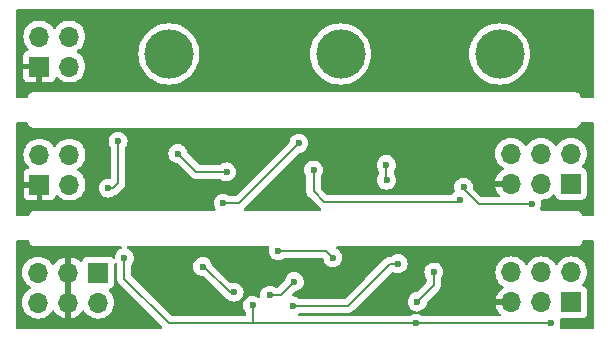
<source format=gbr>
%TF.GenerationSoftware,KiCad,Pcbnew,8.0.5-8.0.5-0~ubuntu22.04.1*%
%TF.CreationDate,2024-10-28T14:37:05+01:00*%
%TF.ProjectId,EMG_amplifier,454d475f-616d-4706-9c69-666965722e6b,rev?*%
%TF.SameCoordinates,Original*%
%TF.FileFunction,Copper,L2,Bot*%
%TF.FilePolarity,Positive*%
%FSLAX46Y46*%
G04 Gerber Fmt 4.6, Leading zero omitted, Abs format (unit mm)*
G04 Created by KiCad (PCBNEW 8.0.5-8.0.5-0~ubuntu22.04.1) date 2024-10-28 14:37:05*
%MOMM*%
%LPD*%
G01*
G04 APERTURE LIST*
%TA.AperFunction,ComponentPad*%
%ADD10R,1.700000X1.700000*%
%TD*%
%TA.AperFunction,ComponentPad*%
%ADD11O,1.700000X1.700000*%
%TD*%
%TA.AperFunction,ViaPad*%
%ADD12C,0.600000*%
%TD*%
%TA.AperFunction,ViaPad*%
%ADD13C,4.170000*%
%TD*%
%TA.AperFunction,Conductor*%
%ADD14C,0.200000*%
%TD*%
G04 APERTURE END LIST*
D10*
%TO.P,J4,1,Pin_1*%
%TO.N,/Filtering_Board/+V_DD*%
X104058800Y-97748600D03*
D11*
%TO.P,J4,2,Pin_2*%
%TO.N,/Filtering_Board/V_F1*%
X104058800Y-95208600D03*
%TO.P,J4,3,Pin_3*%
%TO.N,/Filtering_Board/V_CM*%
X101518800Y-97748600D03*
%TO.P,J4,4,Pin_4*%
%TO.N,/Filtering_Board/V_F2*%
X101518800Y-95208600D03*
%TO.P,J4,5,Pin_5*%
%TO.N,GND*%
X98978800Y-97748600D03*
%TO.P,J4,6,Pin_6*%
%TO.N,unconnected-(J4-Pin_6-Pad6)*%
X98978800Y-95208600D03*
%TD*%
D10*
%TO.P,J7,1,Pin_1*%
%TO.N,unconnected-(J7-Pin_1-Pad1)*%
X64018200Y-105279000D03*
D11*
%TO.P,J7,2,Pin_2*%
%TO.N,/Processing_Board/V_EMG_OUT*%
X64018200Y-107819000D03*
%TO.P,J7,3,Pin_3*%
%TO.N,GND*%
X61478200Y-105279000D03*
%TO.P,J7,4,Pin_4*%
X61478200Y-107819000D03*
%TO.P,J7,5,Pin_5*%
%TO.N,+1V8*%
X58938200Y-105279000D03*
%TO.P,J7,6,Pin_6*%
X58938200Y-107819000D03*
%TD*%
D10*
%TO.P,J1,1,Pin_1*%
%TO.N,GND*%
X59029600Y-87833200D03*
D11*
%TO.P,J1,2,Pin_2*%
%TO.N,/Electrode_Board/V_I1*%
X61569600Y-87833200D03*
%TO.P,J1,3,Pin_3*%
%TO.N,/Electrode_Board/V_PR*%
X59029600Y-85293200D03*
%TO.P,J1,4,Pin_4*%
%TO.N,/Electrode_Board/V_I2*%
X61569600Y-85293200D03*
%TD*%
D10*
%TO.P,J3,1,Pin_1*%
%TO.N,+1V8*%
X104079600Y-107793600D03*
D11*
%TO.P,J3,2,Pin_2*%
%TO.N,/Processing_Board/V_F1*%
X104079600Y-105253600D03*
%TO.P,J3,3,Pin_3*%
%TO.N,/Processing_Board/V_CM*%
X101539600Y-107793600D03*
%TO.P,J3,4,Pin_4*%
%TO.N,/Processing_Board/V_F2*%
X101539600Y-105253600D03*
%TO.P,J3,5,Pin_5*%
%TO.N,GND*%
X98999600Y-107793600D03*
%TO.P,J3,6,Pin_6*%
%TO.N,unconnected-(J3-Pin_6-Pad6)*%
X98999600Y-105253600D03*
%TD*%
D10*
%TO.P,J2,1,Pin_1*%
%TO.N,GND*%
X59044400Y-97824800D03*
D11*
%TO.P,J2,2,Pin_2*%
%TO.N,/Filtering_Board/V_I1*%
X61584400Y-97824800D03*
%TO.P,J2,3,Pin_3*%
%TO.N,/Filtering_Board/V_PR*%
X59044400Y-95284800D03*
%TO.P,J2,4,Pin_4*%
%TO.N,/Filtering_Board/V_I2*%
X61584400Y-95284800D03*
%TD*%
D12*
%TO.N,GND*%
X96621600Y-108483400D03*
X95580200Y-108204000D03*
X93624400Y-97434400D03*
X74853800Y-108000800D03*
X73964800Y-107721400D03*
X64526200Y-94751400D03*
X91541600Y-97383600D03*
X69606400Y-105679200D03*
X59029600Y-89662000D03*
X76438300Y-83829700D03*
X96875600Y-98374200D03*
X95961200Y-97409000D03*
X104648000Y-83845400D03*
X79516800Y-94344400D03*
X78435200Y-104825800D03*
X61468000Y-109575600D03*
X96697800Y-103886000D03*
X89154000Y-108432600D03*
X81889600Y-95351600D03*
X59055000Y-99618800D03*
X87833200Y-83896200D03*
X85526800Y-105560400D03*
X84963000Y-93903800D03*
X66278800Y-98815400D03*
D13*
%TO.N,input_E1*%
X98000000Y-86766400D03*
%TO.N,input_E2*%
X70000000Y-86766400D03*
D12*
%TO.N,/Filtering_Board/V_F2*%
X82245200Y-96596200D03*
X94659400Y-99104400D03*
%TO.N,/Filtering_Board/V_PR*%
X81000600Y-94335600D03*
X74610000Y-99399600D03*
D13*
%TO.N,input_ER*%
X84531200Y-86766400D03*
D12*
%TO.N,/Processing_Board/LPF_400Hz/V_EMG_INA*%
X89408000Y-104521000D03*
X80492600Y-108102400D03*
%TO.N,Net-(U3-IN+)*%
X83882771Y-104009901D03*
X79273400Y-103424800D03*
%TO.N,+1V8*%
X72857400Y-104771000D03*
X75514200Y-106934000D03*
X78536800Y-107188000D03*
X92430600Y-105232200D03*
X102341600Y-109573600D03*
X66228000Y-104034400D03*
X90932000Y-109573600D03*
X91033600Y-107746800D03*
X77089000Y-108061200D03*
X80619600Y-106045000D03*
%TO.N,Net-(U8--INA)*%
X70764400Y-95199200D03*
X74879200Y-96748600D03*
%TO.N,/Filtering_Board/V_CM*%
X100711000Y-99501200D03*
X94945200Y-98044000D03*
%TO.N,/Filtering_Board/+V_DD*%
X64856400Y-98129600D03*
X88432965Y-97450200D03*
X65694600Y-94167200D03*
X88417400Y-96139000D03*
%TD*%
D14*
%TO.N,/Filtering_Board/V_PR*%
X81000600Y-94335600D02*
X75936600Y-99399600D01*
X75936600Y-99399600D02*
X74610000Y-99399600D01*
%TO.N,+1V8*%
X77089000Y-109573600D02*
X102341600Y-109573600D01*
%TO.N,/Filtering_Board/V_F2*%
X82245200Y-98399600D02*
X82245200Y-96596200D01*
X94659400Y-99104400D02*
X94449800Y-99314000D01*
X83159600Y-99314000D02*
X82245200Y-98399600D01*
X94449800Y-99314000D02*
X83159600Y-99314000D01*
%TO.N,/Filtering_Board/V_CM*%
X100711000Y-99501200D02*
X96240471Y-99501200D01*
X96240471Y-99501200D02*
X94945200Y-98205929D01*
X94945200Y-98205929D02*
X94945200Y-98044000D01*
%TO.N,Net-(U3-IN+)*%
X79273400Y-103424800D02*
X83297670Y-103424800D01*
X83297670Y-103424800D02*
X83882771Y-104009901D01*
%TO.N,GND*%
X96697800Y-103886000D02*
X96713600Y-103901800D01*
%TO.N,/Processing_Board/LPF_400Hz/V_EMG_INA*%
X85174296Y-108077000D02*
X80518000Y-108077000D01*
X89408000Y-104521000D02*
X88730296Y-104521000D01*
X80518000Y-108077000D02*
X80492600Y-108102400D01*
X88730296Y-104521000D02*
X85174296Y-108077000D01*
%TO.N,+1V8*%
X75140200Y-106934000D02*
X72977200Y-104771000D01*
X80619600Y-106045000D02*
X79476600Y-107188000D01*
X72857400Y-104771000D02*
X72977200Y-104771000D01*
X72977200Y-104771000D02*
X73004600Y-104798400D01*
X79476600Y-107188000D02*
X78536800Y-107188000D01*
X92430600Y-106349800D02*
X92430600Y-105232200D01*
X77089000Y-109573600D02*
X77089000Y-108061200D01*
X91033600Y-107746800D02*
X92430600Y-106349800D01*
X75514200Y-106934000D02*
X75140200Y-106934000D01*
%TO.N,Net-(U8--INA)*%
X72313800Y-96748600D02*
X70764400Y-95199200D01*
X74879200Y-96748600D02*
X72313800Y-96748600D01*
%TO.N,/Filtering_Board/+V_DD*%
X88417400Y-97434635D02*
X88432965Y-97450200D01*
X65694600Y-94167200D02*
X65694600Y-97697800D01*
X65694600Y-97697800D02*
X65262800Y-98129600D01*
X88417400Y-96139000D02*
X88417400Y-97434635D01*
X65262800Y-98129600D02*
X64856400Y-98129600D01*
%TO.N,+1V8*%
X66228000Y-104034400D02*
X66228000Y-105792800D01*
X70008800Y-109573600D02*
X77089000Y-109573600D01*
X66228000Y-105792800D02*
X70008800Y-109573600D01*
%TD*%
%TA.AperFunction,Conductor*%
%TO.N,GND*%
G36*
X105944739Y-83019385D02*
G01*
X105990494Y-83072189D01*
X106001700Y-83123700D01*
X106001700Y-90376200D01*
X105982015Y-90443239D01*
X105929211Y-90488994D01*
X105877700Y-90500200D01*
X104981904Y-90500200D01*
X104914865Y-90480515D01*
X104869110Y-90427711D01*
X104862129Y-90408293D01*
X104834991Y-90307012D01*
X104826163Y-90291721D01*
X104769100Y-90192886D01*
X104675914Y-90099700D01*
X104618850Y-90066754D01*
X104561787Y-90033808D01*
X104498139Y-90016754D01*
X104434492Y-89999700D01*
X58612892Y-89999700D01*
X58481108Y-89999700D01*
X58353812Y-90033808D01*
X58239686Y-90099700D01*
X58239683Y-90099702D01*
X58146502Y-90192883D01*
X58146500Y-90192886D01*
X58080608Y-90307012D01*
X58053471Y-90408293D01*
X58017106Y-90467954D01*
X57954259Y-90498483D01*
X57933696Y-90500200D01*
X57155300Y-90500200D01*
X57088261Y-90480515D01*
X57042506Y-90427711D01*
X57031300Y-90376200D01*
X57031300Y-85293199D01*
X57673941Y-85293199D01*
X57673941Y-85293200D01*
X57694536Y-85528603D01*
X57694538Y-85528613D01*
X57755694Y-85756855D01*
X57755696Y-85756859D01*
X57755697Y-85756863D01*
X57798154Y-85847911D01*
X57855565Y-85971030D01*
X57855567Y-85971034D01*
X57963881Y-86125721D01*
X57991101Y-86164596D01*
X57991106Y-86164602D01*
X58113418Y-86286914D01*
X58146903Y-86348237D01*
X58141919Y-86417929D01*
X58100047Y-86473862D01*
X58069071Y-86490777D01*
X57937512Y-86539846D01*
X57937506Y-86539849D01*
X57822412Y-86626009D01*
X57822409Y-86626012D01*
X57736249Y-86741106D01*
X57736245Y-86741113D01*
X57686003Y-86875820D01*
X57686001Y-86875827D01*
X57679600Y-86935355D01*
X57679600Y-87583200D01*
X58596588Y-87583200D01*
X58563675Y-87640207D01*
X58529600Y-87767374D01*
X58529600Y-87899026D01*
X58563675Y-88026193D01*
X58596588Y-88083200D01*
X57679600Y-88083200D01*
X57679600Y-88731044D01*
X57686001Y-88790572D01*
X57686003Y-88790579D01*
X57736245Y-88925286D01*
X57736249Y-88925293D01*
X57822409Y-89040387D01*
X57822412Y-89040390D01*
X57937506Y-89126550D01*
X57937513Y-89126554D01*
X58072220Y-89176796D01*
X58072227Y-89176798D01*
X58131755Y-89183199D01*
X58131772Y-89183200D01*
X58779600Y-89183200D01*
X58779600Y-88266212D01*
X58836607Y-88299125D01*
X58963774Y-88333200D01*
X59095426Y-88333200D01*
X59222593Y-88299125D01*
X59279600Y-88266212D01*
X59279600Y-89183200D01*
X59927428Y-89183200D01*
X59927444Y-89183199D01*
X59986972Y-89176798D01*
X59986979Y-89176796D01*
X60121686Y-89126554D01*
X60121693Y-89126550D01*
X60236787Y-89040390D01*
X60236790Y-89040387D01*
X60322950Y-88925293D01*
X60322954Y-88925286D01*
X60372022Y-88793729D01*
X60413893Y-88737795D01*
X60479357Y-88713378D01*
X60547630Y-88728230D01*
X60575885Y-88749381D01*
X60698199Y-88871695D01*
X60774735Y-88925286D01*
X60891765Y-89007232D01*
X60891767Y-89007233D01*
X60891770Y-89007235D01*
X61105937Y-89107103D01*
X61334192Y-89168263D01*
X61504919Y-89183200D01*
X61569599Y-89188859D01*
X61569600Y-89188859D01*
X61569601Y-89188859D01*
X61634281Y-89183200D01*
X61805008Y-89168263D01*
X62033263Y-89107103D01*
X62247430Y-89007235D01*
X62441001Y-88871695D01*
X62608095Y-88704601D01*
X62743635Y-88511030D01*
X62843503Y-88296863D01*
X62904663Y-88068608D01*
X62925259Y-87833200D01*
X62904663Y-87597792D01*
X62847990Y-87386282D01*
X62843505Y-87369544D01*
X62843504Y-87369543D01*
X62843503Y-87369537D01*
X62743635Y-87155371D01*
X62689892Y-87078617D01*
X62608094Y-86961797D01*
X62441002Y-86794706D01*
X62440996Y-86794701D01*
X62400578Y-86766400D01*
X67409774Y-86766400D01*
X67428659Y-87078612D01*
X67485040Y-87386281D01*
X67578090Y-87684888D01*
X67578094Y-87684899D01*
X67578095Y-87684902D01*
X67578097Y-87684907D01*
X67706469Y-87970138D01*
X67868286Y-88237816D01*
X67868291Y-88237822D01*
X67868292Y-88237824D01*
X68061190Y-88484041D01*
X68282358Y-88705209D01*
X68494866Y-88871698D01*
X68528584Y-88898114D01*
X68796262Y-89059931D01*
X69081493Y-89188303D01*
X69081503Y-89188306D01*
X69081511Y-89188309D01*
X69380118Y-89281359D01*
X69687783Y-89337740D01*
X70000000Y-89356626D01*
X70312217Y-89337740D01*
X70619882Y-89281359D01*
X70918507Y-89188303D01*
X71203738Y-89059931D01*
X71471416Y-88898114D01*
X71717638Y-88705212D01*
X71938812Y-88484038D01*
X72131714Y-88237816D01*
X72293531Y-87970138D01*
X72421903Y-87684907D01*
X72514959Y-87386282D01*
X72571340Y-87078617D01*
X72590226Y-86766400D01*
X81940974Y-86766400D01*
X81959859Y-87078612D01*
X82016240Y-87386281D01*
X82109290Y-87684888D01*
X82109294Y-87684899D01*
X82109295Y-87684902D01*
X82109297Y-87684907D01*
X82237669Y-87970138D01*
X82399486Y-88237816D01*
X82399491Y-88237822D01*
X82399492Y-88237824D01*
X82592390Y-88484041D01*
X82813558Y-88705209D01*
X83026066Y-88871698D01*
X83059784Y-88898114D01*
X83327462Y-89059931D01*
X83612693Y-89188303D01*
X83612703Y-89188306D01*
X83612711Y-89188309D01*
X83911318Y-89281359D01*
X84218983Y-89337740D01*
X84531200Y-89356626D01*
X84843417Y-89337740D01*
X85151082Y-89281359D01*
X85449707Y-89188303D01*
X85734938Y-89059931D01*
X86002616Y-88898114D01*
X86248838Y-88705212D01*
X86470012Y-88484038D01*
X86662914Y-88237816D01*
X86824731Y-87970138D01*
X86953103Y-87684907D01*
X87046159Y-87386282D01*
X87102540Y-87078617D01*
X87121426Y-86766400D01*
X95409774Y-86766400D01*
X95428659Y-87078612D01*
X95485040Y-87386281D01*
X95578090Y-87684888D01*
X95578094Y-87684899D01*
X95578095Y-87684902D01*
X95578097Y-87684907D01*
X95706469Y-87970138D01*
X95868286Y-88237816D01*
X95868291Y-88237822D01*
X95868292Y-88237824D01*
X96061190Y-88484041D01*
X96282358Y-88705209D01*
X96494866Y-88871698D01*
X96528584Y-88898114D01*
X96796262Y-89059931D01*
X97081493Y-89188303D01*
X97081503Y-89188306D01*
X97081511Y-89188309D01*
X97380118Y-89281359D01*
X97687783Y-89337740D01*
X98000000Y-89356626D01*
X98312217Y-89337740D01*
X98619882Y-89281359D01*
X98918507Y-89188303D01*
X99203738Y-89059931D01*
X99471416Y-88898114D01*
X99717638Y-88705212D01*
X99938812Y-88484038D01*
X100131714Y-88237816D01*
X100293531Y-87970138D01*
X100421903Y-87684907D01*
X100514959Y-87386282D01*
X100571340Y-87078617D01*
X100590226Y-86766400D01*
X100571340Y-86454183D01*
X100514959Y-86146518D01*
X100460276Y-85971034D01*
X100421909Y-85847911D01*
X100421905Y-85847900D01*
X100421903Y-85847893D01*
X100293531Y-85562662D01*
X100131714Y-85294984D01*
X99938812Y-85048762D01*
X99938809Y-85048758D01*
X99717641Y-84827590D01*
X99471424Y-84634692D01*
X99471422Y-84634691D01*
X99471416Y-84634686D01*
X99203738Y-84472869D01*
X98918507Y-84344497D01*
X98918502Y-84344495D01*
X98918499Y-84344494D01*
X98918488Y-84344490D01*
X98619881Y-84251440D01*
X98312212Y-84195059D01*
X98000000Y-84176174D01*
X97687787Y-84195059D01*
X97380118Y-84251440D01*
X97081511Y-84344490D01*
X97081500Y-84344494D01*
X97081494Y-84344496D01*
X97081493Y-84344497D01*
X96796262Y-84472869D01*
X96528584Y-84634686D01*
X96528580Y-84634688D01*
X96528575Y-84634692D01*
X96282358Y-84827590D01*
X96061190Y-85048758D01*
X95868292Y-85294975D01*
X95868288Y-85294980D01*
X95868286Y-85294984D01*
X95706469Y-85562662D01*
X95706468Y-85562664D01*
X95706467Y-85562666D01*
X95578094Y-85847900D01*
X95578090Y-85847911D01*
X95485040Y-86146518D01*
X95428659Y-86454187D01*
X95409774Y-86766400D01*
X87121426Y-86766400D01*
X87102540Y-86454183D01*
X87046159Y-86146518D01*
X86991476Y-85971034D01*
X86953109Y-85847911D01*
X86953105Y-85847900D01*
X86953103Y-85847893D01*
X86824731Y-85562662D01*
X86662914Y-85294984D01*
X86470012Y-85048762D01*
X86470009Y-85048758D01*
X86248841Y-84827590D01*
X86002624Y-84634692D01*
X86002622Y-84634691D01*
X86002616Y-84634686D01*
X85734938Y-84472869D01*
X85449707Y-84344497D01*
X85449702Y-84344495D01*
X85449699Y-84344494D01*
X85449688Y-84344490D01*
X85151081Y-84251440D01*
X84843412Y-84195059D01*
X84531200Y-84176174D01*
X84218987Y-84195059D01*
X83911318Y-84251440D01*
X83612711Y-84344490D01*
X83612700Y-84344494D01*
X83612694Y-84344496D01*
X83612693Y-84344497D01*
X83327462Y-84472869D01*
X83059784Y-84634686D01*
X83059780Y-84634688D01*
X83059775Y-84634692D01*
X82813558Y-84827590D01*
X82592390Y-85048758D01*
X82399492Y-85294975D01*
X82399488Y-85294980D01*
X82399486Y-85294984D01*
X82237669Y-85562662D01*
X82237668Y-85562664D01*
X82237667Y-85562666D01*
X82109294Y-85847900D01*
X82109290Y-85847911D01*
X82016240Y-86146518D01*
X81959859Y-86454187D01*
X81940974Y-86766400D01*
X72590226Y-86766400D01*
X72571340Y-86454183D01*
X72514959Y-86146518D01*
X72460276Y-85971034D01*
X72421909Y-85847911D01*
X72421905Y-85847900D01*
X72421903Y-85847893D01*
X72293531Y-85562662D01*
X72131714Y-85294984D01*
X71938812Y-85048762D01*
X71938809Y-85048758D01*
X71717641Y-84827590D01*
X71471424Y-84634692D01*
X71471422Y-84634691D01*
X71471416Y-84634686D01*
X71203738Y-84472869D01*
X70918507Y-84344497D01*
X70918502Y-84344495D01*
X70918499Y-84344494D01*
X70918488Y-84344490D01*
X70619881Y-84251440D01*
X70312212Y-84195059D01*
X70000000Y-84176174D01*
X69687787Y-84195059D01*
X69380118Y-84251440D01*
X69081511Y-84344490D01*
X69081500Y-84344494D01*
X69081494Y-84344496D01*
X69081493Y-84344497D01*
X68796262Y-84472869D01*
X68528584Y-84634686D01*
X68528580Y-84634688D01*
X68528575Y-84634692D01*
X68282358Y-84827590D01*
X68061190Y-85048758D01*
X67868292Y-85294975D01*
X67868288Y-85294980D01*
X67868286Y-85294984D01*
X67706469Y-85562662D01*
X67706468Y-85562664D01*
X67706467Y-85562666D01*
X67578094Y-85847900D01*
X67578090Y-85847911D01*
X67485040Y-86146518D01*
X67428659Y-86454187D01*
X67409774Y-86766400D01*
X62400578Y-86766400D01*
X62255442Y-86664775D01*
X62211817Y-86610198D01*
X62204623Y-86540700D01*
X62236146Y-86478345D01*
X62255442Y-86461625D01*
X62367100Y-86383441D01*
X62441001Y-86331695D01*
X62608095Y-86164601D01*
X62743635Y-85971030D01*
X62843503Y-85756863D01*
X62904663Y-85528608D01*
X62925259Y-85293200D01*
X62904663Y-85057792D01*
X62843503Y-84829537D01*
X62743635Y-84615371D01*
X62738025Y-84607358D01*
X62608094Y-84421797D01*
X62441002Y-84254706D01*
X62440995Y-84254701D01*
X62436339Y-84251441D01*
X62402121Y-84227481D01*
X62247434Y-84119167D01*
X62247430Y-84119165D01*
X62247428Y-84119164D01*
X62033263Y-84019297D01*
X62033259Y-84019296D01*
X62033255Y-84019294D01*
X61805013Y-83958138D01*
X61805003Y-83958136D01*
X61569601Y-83937541D01*
X61569599Y-83937541D01*
X61334196Y-83958136D01*
X61334186Y-83958138D01*
X61105944Y-84019294D01*
X61105935Y-84019298D01*
X60891771Y-84119164D01*
X60891769Y-84119165D01*
X60698197Y-84254705D01*
X60531105Y-84421797D01*
X60401175Y-84607358D01*
X60346598Y-84650983D01*
X60277100Y-84658177D01*
X60214745Y-84626654D01*
X60198025Y-84607358D01*
X60068094Y-84421797D01*
X59901002Y-84254706D01*
X59900995Y-84254701D01*
X59896339Y-84251441D01*
X59862121Y-84227481D01*
X59707434Y-84119167D01*
X59707430Y-84119165D01*
X59707428Y-84119164D01*
X59493263Y-84019297D01*
X59493259Y-84019296D01*
X59493255Y-84019294D01*
X59265013Y-83958138D01*
X59265003Y-83958136D01*
X59029601Y-83937541D01*
X59029599Y-83937541D01*
X58794196Y-83958136D01*
X58794186Y-83958138D01*
X58565944Y-84019294D01*
X58565935Y-84019298D01*
X58351771Y-84119164D01*
X58351769Y-84119165D01*
X58158197Y-84254705D01*
X57991105Y-84421797D01*
X57855565Y-84615369D01*
X57855564Y-84615371D01*
X57755698Y-84829535D01*
X57755694Y-84829544D01*
X57694538Y-85057786D01*
X57694536Y-85057796D01*
X57673941Y-85293199D01*
X57031300Y-85293199D01*
X57031300Y-83123700D01*
X57050985Y-83056661D01*
X57103789Y-83010906D01*
X57155300Y-82999700D01*
X105877700Y-82999700D01*
X105944739Y-83019385D01*
G37*
%TD.AperFunction*%
%TD*%
%TA.AperFunction,Conductor*%
%TO.N,GND*%
G36*
X58126663Y-102555485D02*
G01*
X58172418Y-102608289D01*
X58179399Y-102627707D01*
X58207608Y-102732987D01*
X58240554Y-102790050D01*
X58273500Y-102847114D01*
X58366686Y-102940300D01*
X58480814Y-103006192D01*
X58608108Y-103040300D01*
X58739892Y-103040300D01*
X65915453Y-103040300D01*
X65982492Y-103059985D01*
X66028247Y-103112789D01*
X66038191Y-103181947D01*
X66009166Y-103245503D01*
X65956408Y-103281341D01*
X65878480Y-103308609D01*
X65725737Y-103404584D01*
X65598184Y-103532137D01*
X65502211Y-103684876D01*
X65442631Y-103855145D01*
X65442630Y-103855149D01*
X65427521Y-103989249D01*
X65400454Y-104053663D01*
X65342859Y-104093218D01*
X65273022Y-104095355D01*
X65229990Y-104074631D01*
X65110535Y-103985206D01*
X65110528Y-103985202D01*
X64975682Y-103934908D01*
X64975683Y-103934908D01*
X64916083Y-103928501D01*
X64916081Y-103928500D01*
X64916073Y-103928500D01*
X64916064Y-103928500D01*
X63120329Y-103928500D01*
X63120323Y-103928501D01*
X63060716Y-103934908D01*
X62925871Y-103985202D01*
X62925864Y-103985206D01*
X62810655Y-104071452D01*
X62810652Y-104071455D01*
X62724406Y-104186664D01*
X62724402Y-104186671D01*
X62675197Y-104318598D01*
X62633326Y-104374532D01*
X62567861Y-104398949D01*
X62499588Y-104384097D01*
X62471334Y-104362946D01*
X62349282Y-104240894D01*
X62155778Y-104105399D01*
X61941692Y-104005570D01*
X61941686Y-104005567D01*
X61728200Y-103948364D01*
X61728200Y-104845988D01*
X61671193Y-104813075D01*
X61544026Y-104779000D01*
X61412374Y-104779000D01*
X61285207Y-104813075D01*
X61228200Y-104845988D01*
X61228200Y-103948364D01*
X61228199Y-103948364D01*
X61014713Y-104005567D01*
X61014707Y-104005570D01*
X60800622Y-104105399D01*
X60800620Y-104105400D01*
X60607126Y-104240886D01*
X60607120Y-104240891D01*
X60440091Y-104407920D01*
X60440090Y-104407922D01*
X60310080Y-104593595D01*
X60255503Y-104637219D01*
X60186004Y-104644412D01*
X60123650Y-104612890D01*
X60106930Y-104593594D01*
X59976694Y-104407597D01*
X59809602Y-104240506D01*
X59809595Y-104240501D01*
X59795119Y-104230365D01*
X59732718Y-104186671D01*
X59616034Y-104104967D01*
X59616030Y-104104965D01*
X59595421Y-104095355D01*
X59401863Y-104005097D01*
X59401859Y-104005096D01*
X59401855Y-104005094D01*
X59173613Y-103943938D01*
X59173603Y-103943936D01*
X58938201Y-103923341D01*
X58938199Y-103923341D01*
X58702796Y-103943936D01*
X58702786Y-103943938D01*
X58474544Y-104005094D01*
X58474535Y-104005098D01*
X58260371Y-104104964D01*
X58260369Y-104104965D01*
X58066797Y-104240505D01*
X57899705Y-104407597D01*
X57764165Y-104601169D01*
X57764164Y-104601171D01*
X57664298Y-104815335D01*
X57664294Y-104815344D01*
X57603138Y-105043586D01*
X57603136Y-105043596D01*
X57582541Y-105278999D01*
X57582541Y-105279000D01*
X57603136Y-105514403D01*
X57603138Y-105514413D01*
X57664294Y-105742655D01*
X57664296Y-105742659D01*
X57664297Y-105742663D01*
X57747059Y-105920146D01*
X57764165Y-105956830D01*
X57764167Y-105956834D01*
X57872481Y-106111521D01*
X57899701Y-106150396D01*
X57899706Y-106150402D01*
X58066797Y-106317493D01*
X58066803Y-106317498D01*
X58252358Y-106447425D01*
X58295983Y-106502002D01*
X58303177Y-106571500D01*
X58271654Y-106633855D01*
X58252358Y-106650575D01*
X58066797Y-106780505D01*
X57899705Y-106947597D01*
X57764165Y-107141169D01*
X57764164Y-107141171D01*
X57664298Y-107355335D01*
X57664294Y-107355344D01*
X57603138Y-107583586D01*
X57603136Y-107583596D01*
X57582541Y-107818999D01*
X57582541Y-107819000D01*
X57603136Y-108054403D01*
X57603138Y-108054413D01*
X57664294Y-108282655D01*
X57664296Y-108282659D01*
X57664297Y-108282663D01*
X57744001Y-108453588D01*
X57764165Y-108496830D01*
X57764167Y-108496834D01*
X57839670Y-108604662D01*
X57899705Y-108690401D01*
X58066799Y-108857495D01*
X58116697Y-108892434D01*
X58260365Y-108993032D01*
X58260367Y-108993033D01*
X58260370Y-108993035D01*
X58474537Y-109092903D01*
X58702792Y-109154063D01*
X58891118Y-109170539D01*
X58938199Y-109174659D01*
X58938200Y-109174659D01*
X58938201Y-109174659D01*
X58977434Y-109171226D01*
X59173608Y-109154063D01*
X59401863Y-109092903D01*
X59616030Y-108993035D01*
X59809601Y-108857495D01*
X59976695Y-108690401D01*
X60106930Y-108504405D01*
X60161507Y-108460781D01*
X60231005Y-108453587D01*
X60293360Y-108485110D01*
X60310079Y-108504405D01*
X60440090Y-108690078D01*
X60607117Y-108857105D01*
X60800621Y-108992600D01*
X61014707Y-109092429D01*
X61014716Y-109092433D01*
X61228200Y-109149634D01*
X61228200Y-108252012D01*
X61285207Y-108284925D01*
X61412374Y-108319000D01*
X61544026Y-108319000D01*
X61671193Y-108284925D01*
X61728200Y-108252012D01*
X61728200Y-109149633D01*
X61941683Y-109092433D01*
X61941692Y-109092429D01*
X62155778Y-108992600D01*
X62349282Y-108857105D01*
X62516305Y-108690082D01*
X62646319Y-108504405D01*
X62700896Y-108460781D01*
X62770395Y-108453588D01*
X62832749Y-108485110D01*
X62849469Y-108504405D01*
X62979705Y-108690401D01*
X63146799Y-108857495D01*
X63196697Y-108892434D01*
X63340365Y-108993032D01*
X63340367Y-108993033D01*
X63340370Y-108993035D01*
X63554537Y-109092903D01*
X63782792Y-109154063D01*
X63971118Y-109170539D01*
X64018199Y-109174659D01*
X64018200Y-109174659D01*
X64018201Y-109174659D01*
X64057434Y-109171226D01*
X64253608Y-109154063D01*
X64481863Y-109092903D01*
X64696030Y-108993035D01*
X64889601Y-108857495D01*
X65056695Y-108690401D01*
X65192235Y-108496830D01*
X65292103Y-108282663D01*
X65353263Y-108054408D01*
X65373859Y-107819000D01*
X65353263Y-107583592D01*
X65292103Y-107355337D01*
X65192235Y-107141171D01*
X65186930Y-107133595D01*
X65056696Y-106947600D01*
X64997712Y-106888616D01*
X64934767Y-106825671D01*
X64901284Y-106764351D01*
X64906268Y-106694659D01*
X64948139Y-106638725D01*
X64979115Y-106621810D01*
X65110531Y-106572796D01*
X65225746Y-106486546D01*
X65311996Y-106371331D01*
X65362291Y-106236483D01*
X65368700Y-106176873D01*
X65368699Y-104601851D01*
X65388384Y-104534813D01*
X65441187Y-104489058D01*
X65510346Y-104479114D01*
X65573902Y-104508139D01*
X65593751Y-104531285D01*
X65593840Y-104531215D01*
X65595811Y-104533686D01*
X65597693Y-104535881D01*
X65598182Y-104536660D01*
X65600445Y-104539497D01*
X65601335Y-104541678D01*
X65601889Y-104542559D01*
X65601734Y-104542655D01*
X65626855Y-104604183D01*
X65627500Y-104616812D01*
X65627500Y-105706130D01*
X65627499Y-105706148D01*
X65627499Y-105871854D01*
X65627498Y-105871854D01*
X65668423Y-106024586D01*
X65669508Y-106026465D01*
X65676029Y-106037758D01*
X65676031Y-106037767D01*
X65676034Y-106037766D01*
X65744771Y-106156824D01*
X65747479Y-106161514D01*
X65747481Y-106161517D01*
X65866349Y-106280385D01*
X65866355Y-106280390D01*
X69409583Y-109823619D01*
X69443068Y-109884942D01*
X69438084Y-109954634D01*
X69396212Y-110010567D01*
X69330748Y-110034984D01*
X69321902Y-110035300D01*
X57155300Y-110035300D01*
X57088261Y-110015615D01*
X57042506Y-109962811D01*
X57031300Y-109911300D01*
X57031300Y-102659800D01*
X57050985Y-102592761D01*
X57103789Y-102547006D01*
X57155300Y-102535800D01*
X58059624Y-102535800D01*
X58126663Y-102555485D01*
G37*
%TD.AperFunction*%
%TA.AperFunction,Conductor*%
G36*
X105944739Y-102555485D02*
G01*
X105990494Y-102608289D01*
X106001700Y-102659800D01*
X106001700Y-109911300D01*
X105982015Y-109978339D01*
X105929211Y-110024094D01*
X105877700Y-110035300D01*
X103202898Y-110035300D01*
X103135859Y-110015615D01*
X103090104Y-109962811D01*
X103080160Y-109893653D01*
X103085857Y-109870345D01*
X103126966Y-109752862D01*
X103126969Y-109752849D01*
X103147165Y-109573603D01*
X103147165Y-109573596D01*
X103126969Y-109394350D01*
X103126966Y-109394337D01*
X103097124Y-109309054D01*
X103093562Y-109239275D01*
X103128290Y-109178648D01*
X103190284Y-109146420D01*
X103214154Y-109144099D01*
X104977472Y-109144099D01*
X105037083Y-109137691D01*
X105171931Y-109087396D01*
X105287146Y-109001146D01*
X105373396Y-108885931D01*
X105423691Y-108751083D01*
X105430100Y-108691473D01*
X105430099Y-106895728D01*
X105423691Y-106836117D01*
X105422410Y-106832683D01*
X105373397Y-106701271D01*
X105373393Y-106701264D01*
X105287147Y-106586055D01*
X105287144Y-106586052D01*
X105171935Y-106499806D01*
X105171928Y-106499802D01*
X105040517Y-106450789D01*
X104984583Y-106408918D01*
X104960166Y-106343453D01*
X104975018Y-106275180D01*
X104996163Y-106246932D01*
X105118095Y-106125001D01*
X105253635Y-105931430D01*
X105353503Y-105717263D01*
X105414663Y-105489008D01*
X105435259Y-105253600D01*
X105414663Y-105018192D01*
X105353503Y-104789937D01*
X105253635Y-104575771D01*
X105248025Y-104567758D01*
X105118094Y-104382197D01*
X104951002Y-104215106D01*
X104950995Y-104215101D01*
X104948928Y-104213654D01*
X104888695Y-104171478D01*
X104757434Y-104079567D01*
X104757430Y-104079565D01*
X104703927Y-104054616D01*
X104543263Y-103979697D01*
X104543259Y-103979696D01*
X104543255Y-103979694D01*
X104315013Y-103918538D01*
X104315003Y-103918536D01*
X104079601Y-103897941D01*
X104079599Y-103897941D01*
X103844196Y-103918536D01*
X103844186Y-103918538D01*
X103615944Y-103979694D01*
X103615935Y-103979698D01*
X103401771Y-104079564D01*
X103401769Y-104079565D01*
X103208197Y-104215105D01*
X103041105Y-104382197D01*
X102911175Y-104567758D01*
X102856598Y-104611383D01*
X102787100Y-104618577D01*
X102724745Y-104587054D01*
X102708025Y-104567758D01*
X102578094Y-104382197D01*
X102411002Y-104215106D01*
X102410995Y-104215101D01*
X102408928Y-104213654D01*
X102348695Y-104171478D01*
X102217434Y-104079567D01*
X102217430Y-104079565D01*
X102163927Y-104054616D01*
X102003263Y-103979697D01*
X102003259Y-103979696D01*
X102003255Y-103979694D01*
X101775013Y-103918538D01*
X101775003Y-103918536D01*
X101539601Y-103897941D01*
X101539599Y-103897941D01*
X101304196Y-103918536D01*
X101304186Y-103918538D01*
X101075944Y-103979694D01*
X101075935Y-103979698D01*
X100861771Y-104079564D01*
X100861769Y-104079565D01*
X100668197Y-104215105D01*
X100501105Y-104382197D01*
X100371175Y-104567758D01*
X100316598Y-104611383D01*
X100247100Y-104618577D01*
X100184745Y-104587054D01*
X100168025Y-104567758D01*
X100038094Y-104382197D01*
X99871002Y-104215106D01*
X99870995Y-104215101D01*
X99868928Y-104213654D01*
X99808695Y-104171478D01*
X99677434Y-104079567D01*
X99677430Y-104079565D01*
X99623927Y-104054616D01*
X99463263Y-103979697D01*
X99463259Y-103979696D01*
X99463255Y-103979694D01*
X99235013Y-103918538D01*
X99235003Y-103918536D01*
X98999601Y-103897941D01*
X98999599Y-103897941D01*
X98764196Y-103918536D01*
X98764186Y-103918538D01*
X98535944Y-103979694D01*
X98535935Y-103979698D01*
X98321771Y-104079564D01*
X98321769Y-104079565D01*
X98128197Y-104215105D01*
X97961105Y-104382197D01*
X97825565Y-104575769D01*
X97825564Y-104575771D01*
X97725698Y-104789935D01*
X97725694Y-104789944D01*
X97664538Y-105018186D01*
X97664536Y-105018196D01*
X97643941Y-105253599D01*
X97643941Y-105253600D01*
X97664536Y-105489003D01*
X97664538Y-105489013D01*
X97725694Y-105717255D01*
X97725696Y-105717259D01*
X97725697Y-105717263D01*
X97794938Y-105865750D01*
X97825565Y-105931430D01*
X97825567Y-105931434D01*
X97905090Y-106045003D01*
X97961105Y-106125001D01*
X98128199Y-106292095D01*
X98295039Y-106408918D01*
X98314194Y-106422330D01*
X98357819Y-106476907D01*
X98365013Y-106546405D01*
X98333490Y-106608760D01*
X98314195Y-106625480D01*
X98128522Y-106755490D01*
X98128520Y-106755491D01*
X97961491Y-106922520D01*
X97961486Y-106922526D01*
X97826000Y-107116020D01*
X97825999Y-107116022D01*
X97726170Y-107330107D01*
X97726167Y-107330113D01*
X97668964Y-107543599D01*
X97668964Y-107543600D01*
X98566588Y-107543600D01*
X98533675Y-107600607D01*
X98499600Y-107727774D01*
X98499600Y-107859426D01*
X98533675Y-107986593D01*
X98566588Y-108043600D01*
X97668964Y-108043600D01*
X97726167Y-108257086D01*
X97726170Y-108257092D01*
X97825999Y-108471178D01*
X97961494Y-108664682D01*
X98058231Y-108761419D01*
X98091716Y-108822742D01*
X98086732Y-108892434D01*
X98044860Y-108948367D01*
X97979396Y-108972784D01*
X97970550Y-108973100D01*
X91514412Y-108973100D01*
X91447373Y-108953415D01*
X91437097Y-108946045D01*
X91434263Y-108943785D01*
X91434262Y-108943784D01*
X91342185Y-108885928D01*
X91281523Y-108847811D01*
X91111253Y-108788231D01*
X91105241Y-108786859D01*
X91044263Y-108752749D01*
X91011407Y-108691087D01*
X91017103Y-108621449D01*
X91059544Y-108565947D01*
X91118954Y-108542748D01*
X91212849Y-108532169D01*
X91212852Y-108532168D01*
X91212855Y-108532168D01*
X91383122Y-108472589D01*
X91535862Y-108376616D01*
X91663416Y-108249062D01*
X91759389Y-108096322D01*
X91818968Y-107926055D01*
X91828761Y-107839129D01*
X91855826Y-107774718D01*
X91864290Y-107765343D01*
X92789106Y-106840528D01*
X92789111Y-106840524D01*
X92799314Y-106830320D01*
X92799316Y-106830320D01*
X92911120Y-106718516D01*
X92990177Y-106581584D01*
X93025566Y-106449509D01*
X93031100Y-106428858D01*
X93031100Y-106270743D01*
X93031100Y-105814612D01*
X93050785Y-105747573D01*
X93058155Y-105737297D01*
X93060410Y-105734467D01*
X93060416Y-105734462D01*
X93156389Y-105581722D01*
X93215968Y-105411455D01*
X93217167Y-105400815D01*
X93236165Y-105232203D01*
X93236165Y-105232196D01*
X93215969Y-105052950D01*
X93215968Y-105052945D01*
X93156388Y-104882676D01*
X93064030Y-104735690D01*
X93060416Y-104729938D01*
X92932862Y-104602384D01*
X92915930Y-104591745D01*
X92780123Y-104506411D01*
X92609854Y-104446831D01*
X92609849Y-104446830D01*
X92430604Y-104426635D01*
X92430596Y-104426635D01*
X92251350Y-104446830D01*
X92251345Y-104446831D01*
X92081076Y-104506411D01*
X91928337Y-104602384D01*
X91800784Y-104729937D01*
X91704811Y-104882676D01*
X91645231Y-105052945D01*
X91645230Y-105052950D01*
X91625035Y-105232196D01*
X91625035Y-105232203D01*
X91645230Y-105411449D01*
X91645231Y-105411454D01*
X91704811Y-105581723D01*
X91765115Y-105677696D01*
X91787765Y-105713743D01*
X91800785Y-105734463D01*
X91803045Y-105737297D01*
X91803934Y-105739475D01*
X91804489Y-105740358D01*
X91804334Y-105740455D01*
X91829455Y-105801983D01*
X91830100Y-105814612D01*
X91830100Y-106049702D01*
X91810415Y-106116741D01*
X91793781Y-106137383D01*
X91015065Y-106916098D01*
X90953742Y-106949583D01*
X90941268Y-106951637D01*
X90854350Y-106961430D01*
X90684078Y-107021010D01*
X90531337Y-107116984D01*
X90403784Y-107244537D01*
X90307811Y-107397276D01*
X90248231Y-107567545D01*
X90248230Y-107567550D01*
X90228035Y-107746796D01*
X90228035Y-107746803D01*
X90248230Y-107926049D01*
X90248231Y-107926054D01*
X90307811Y-108096323D01*
X90326463Y-108126007D01*
X90403784Y-108249062D01*
X90531338Y-108376616D01*
X90585619Y-108410723D01*
X90665285Y-108460781D01*
X90684078Y-108472589D01*
X90775003Y-108504405D01*
X90854348Y-108532169D01*
X90860351Y-108533539D01*
X90921331Y-108567645D01*
X90954191Y-108629305D01*
X90948498Y-108698943D01*
X90906061Y-108754448D01*
X90846647Y-108777651D01*
X90752749Y-108788230D01*
X90752745Y-108788231D01*
X90582476Y-108847811D01*
X90429736Y-108943785D01*
X90426903Y-108946045D01*
X90424724Y-108946934D01*
X90423842Y-108947489D01*
X90423744Y-108947334D01*
X90362217Y-108972455D01*
X90349588Y-108973100D01*
X81041911Y-108973100D01*
X80974872Y-108953415D01*
X80929117Y-108900611D01*
X80919173Y-108831453D01*
X80948198Y-108767897D01*
X80975938Y-108744107D01*
X80994860Y-108732217D01*
X80994859Y-108732217D01*
X80994862Y-108732216D01*
X81013259Y-108713819D01*
X81074582Y-108680334D01*
X81100940Y-108677500D01*
X85087627Y-108677500D01*
X85087643Y-108677501D01*
X85095239Y-108677501D01*
X85253350Y-108677501D01*
X85253353Y-108677501D01*
X85406081Y-108636577D01*
X85476121Y-108596139D01*
X85543012Y-108557520D01*
X85654816Y-108445716D01*
X85654816Y-108445714D01*
X85665020Y-108435511D01*
X85665024Y-108435506D01*
X88862822Y-105237707D01*
X88924143Y-105204224D01*
X88993835Y-105209208D01*
X89016473Y-105220396D01*
X89044027Y-105237709D01*
X89058478Y-105246789D01*
X89150529Y-105278999D01*
X89228745Y-105306368D01*
X89228750Y-105306369D01*
X89407996Y-105326565D01*
X89408000Y-105326565D01*
X89408004Y-105326565D01*
X89587249Y-105306369D01*
X89587252Y-105306368D01*
X89587255Y-105306368D01*
X89757522Y-105246789D01*
X89910262Y-105150816D01*
X90037816Y-105023262D01*
X90133789Y-104870522D01*
X90193368Y-104700255D01*
X90200189Y-104639716D01*
X90213565Y-104521003D01*
X90213565Y-104520996D01*
X90193369Y-104341750D01*
X90193368Y-104341745D01*
X90186290Y-104321517D01*
X90133789Y-104171478D01*
X90037816Y-104018738D01*
X89910262Y-103891184D01*
X89757523Y-103795211D01*
X89587254Y-103735631D01*
X89587249Y-103735630D01*
X89408004Y-103715435D01*
X89407996Y-103715435D01*
X89228750Y-103735630D01*
X89228745Y-103735631D01*
X89058476Y-103795211D01*
X88905736Y-103891185D01*
X88902903Y-103893445D01*
X88900724Y-103894334D01*
X88899842Y-103894889D01*
X88899744Y-103894734D01*
X88838217Y-103919855D01*
X88825588Y-103920500D01*
X88809353Y-103920500D01*
X88651238Y-103920500D01*
X88621379Y-103928501D01*
X88597468Y-103934908D01*
X88498510Y-103961423D01*
X88498505Y-103961426D01*
X88361586Y-104040475D01*
X88361578Y-104040481D01*
X88304271Y-104097789D01*
X88249776Y-104152284D01*
X88249774Y-104152286D01*
X86600078Y-105801983D01*
X84961880Y-107440181D01*
X84900557Y-107473666D01*
X84874199Y-107476500D01*
X81036818Y-107476500D01*
X80970846Y-107457494D01*
X80956540Y-107448505D01*
X80842122Y-107376611D01*
X80815384Y-107367255D01*
X80671854Y-107317031D01*
X80671850Y-107317030D01*
X80500776Y-107297755D01*
X80436362Y-107270688D01*
X80396807Y-107213093D01*
X80394670Y-107143256D01*
X80426977Y-107086856D01*
X80638135Y-106875698D01*
X80699456Y-106842215D01*
X80711911Y-106840163D01*
X80798855Y-106830368D01*
X80969122Y-106770789D01*
X81121862Y-106674816D01*
X81249416Y-106547262D01*
X81345389Y-106394522D01*
X81404968Y-106224255D01*
X81406776Y-106208211D01*
X81425165Y-106045003D01*
X81425165Y-106044996D01*
X81404969Y-105865750D01*
X81404968Y-105865745D01*
X81382657Y-105801983D01*
X81345389Y-105695478D01*
X81335097Y-105679099D01*
X81249415Y-105542737D01*
X81121862Y-105415184D01*
X80969123Y-105319211D01*
X80798854Y-105259631D01*
X80798849Y-105259630D01*
X80619604Y-105239435D01*
X80619596Y-105239435D01*
X80440350Y-105259630D01*
X80440345Y-105259631D01*
X80270076Y-105319211D01*
X80117337Y-105415184D01*
X79989784Y-105542737D01*
X79893810Y-105695478D01*
X79834230Y-105865750D01*
X79824437Y-105952668D01*
X79797370Y-106017082D01*
X79788898Y-106026465D01*
X79264184Y-106551181D01*
X79202861Y-106584666D01*
X79176503Y-106587500D01*
X79119212Y-106587500D01*
X79052173Y-106567815D01*
X79041897Y-106560445D01*
X79039063Y-106558185D01*
X79039062Y-106558184D01*
X78949649Y-106502002D01*
X78886323Y-106462211D01*
X78716054Y-106402631D01*
X78716049Y-106402630D01*
X78536804Y-106382435D01*
X78536796Y-106382435D01*
X78357550Y-106402630D01*
X78357545Y-106402631D01*
X78187276Y-106462211D01*
X78034537Y-106558184D01*
X77906984Y-106685737D01*
X77811011Y-106838476D01*
X77751431Y-107008745D01*
X77751430Y-107008750D01*
X77731235Y-107187996D01*
X77731235Y-107188004D01*
X77742581Y-107288710D01*
X77730526Y-107357532D01*
X77683177Y-107408911D01*
X77615566Y-107426535D01*
X77553389Y-107407587D01*
X77536982Y-107397278D01*
X77438522Y-107335411D01*
X77416414Y-107327675D01*
X77268254Y-107275831D01*
X77268249Y-107275830D01*
X77089004Y-107255635D01*
X77088996Y-107255635D01*
X76909750Y-107275830D01*
X76909745Y-107275831D01*
X76739476Y-107335411D01*
X76586737Y-107431384D01*
X76459184Y-107558937D01*
X76363211Y-107711676D01*
X76303631Y-107881945D01*
X76303630Y-107881950D01*
X76283435Y-108061196D01*
X76283435Y-108061203D01*
X76303630Y-108240449D01*
X76303631Y-108240454D01*
X76363211Y-108410723D01*
X76406116Y-108479005D01*
X76455450Y-108557520D01*
X76459185Y-108563463D01*
X76461445Y-108566297D01*
X76462334Y-108568475D01*
X76462889Y-108569358D01*
X76462734Y-108569455D01*
X76487855Y-108630983D01*
X76488500Y-108643612D01*
X76488500Y-108849100D01*
X76468815Y-108916139D01*
X76416011Y-108961894D01*
X76364500Y-108973100D01*
X70308898Y-108973100D01*
X70241859Y-108953415D01*
X70221217Y-108936781D01*
X66864819Y-105580383D01*
X66831334Y-105519060D01*
X66828500Y-105492702D01*
X66828500Y-104770996D01*
X72051835Y-104770996D01*
X72051835Y-104771003D01*
X72072030Y-104950249D01*
X72072031Y-104950254D01*
X72131611Y-105120523D01*
X72219018Y-105259630D01*
X72227584Y-105273262D01*
X72355138Y-105400816D01*
X72372070Y-105411455D01*
X72501373Y-105492702D01*
X72507878Y-105496789D01*
X72571525Y-105519060D01*
X72678145Y-105556368D01*
X72678150Y-105556369D01*
X72857397Y-105576565D01*
X72857398Y-105576564D01*
X72857400Y-105576565D01*
X72866473Y-105575542D01*
X72935293Y-105587591D01*
X72968045Y-105611080D01*
X74655339Y-107298374D01*
X74655349Y-107298385D01*
X74659679Y-107302715D01*
X74659680Y-107302716D01*
X74771484Y-107414520D01*
X74830347Y-107448504D01*
X74908415Y-107493577D01*
X74921790Y-107497161D01*
X74977376Y-107529254D01*
X75011938Y-107563816D01*
X75164678Y-107659789D01*
X75303269Y-107708284D01*
X75334945Y-107719368D01*
X75334950Y-107719369D01*
X75514196Y-107739565D01*
X75514200Y-107739565D01*
X75514204Y-107739565D01*
X75693449Y-107719369D01*
X75693452Y-107719368D01*
X75693455Y-107719368D01*
X75863722Y-107659789D01*
X76016462Y-107563816D01*
X76144016Y-107436262D01*
X76239989Y-107283522D01*
X76299568Y-107113255D01*
X76300138Y-107108195D01*
X76319765Y-106934003D01*
X76319765Y-106933996D01*
X76299569Y-106754750D01*
X76299568Y-106754745D01*
X76275421Y-106685737D01*
X76239989Y-106584478D01*
X76238174Y-106581590D01*
X76178453Y-106486544D01*
X76144016Y-106431738D01*
X76016462Y-106304184D01*
X75997227Y-106292098D01*
X75863723Y-106208211D01*
X75693454Y-106148631D01*
X75693449Y-106148630D01*
X75514204Y-106128435D01*
X75514196Y-106128435D01*
X75334947Y-106148631D01*
X75311533Y-106156824D01*
X75241754Y-106160385D01*
X75182898Y-106127463D01*
X73660407Y-104604972D01*
X73631047Y-104558246D01*
X73585664Y-104428551D01*
X73583189Y-104421478D01*
X73583189Y-104421477D01*
X73487215Y-104268737D01*
X73359662Y-104141184D01*
X73206923Y-104045211D01*
X73036654Y-103985631D01*
X73036649Y-103985630D01*
X72857404Y-103965435D01*
X72857396Y-103965435D01*
X72678150Y-103985630D01*
X72678145Y-103985631D01*
X72507876Y-104045211D01*
X72355137Y-104141184D01*
X72227584Y-104268737D01*
X72131611Y-104421476D01*
X72072031Y-104591745D01*
X72072030Y-104591750D01*
X72051835Y-104770996D01*
X66828500Y-104770996D01*
X66828500Y-104616812D01*
X66848185Y-104549773D01*
X66855555Y-104539497D01*
X66857810Y-104536667D01*
X66857816Y-104536662D01*
X66953789Y-104383922D01*
X67013368Y-104213655D01*
X67013761Y-104210168D01*
X67033565Y-104034403D01*
X67033565Y-104034396D01*
X67013369Y-103855150D01*
X67013368Y-103855145D01*
X66985087Y-103774322D01*
X66953789Y-103684878D01*
X66857816Y-103532138D01*
X66730262Y-103404584D01*
X66577522Y-103308611D01*
X66577519Y-103308609D01*
X66499592Y-103281341D01*
X66442816Y-103240620D01*
X66417069Y-103175667D01*
X66430525Y-103107105D01*
X66478913Y-103056703D01*
X66540547Y-103040300D01*
X78385088Y-103040300D01*
X78452127Y-103059985D01*
X78497882Y-103112789D01*
X78507826Y-103181947D01*
X78502130Y-103205254D01*
X78488032Y-103245542D01*
X78488030Y-103245550D01*
X78467835Y-103424796D01*
X78467835Y-103424803D01*
X78488030Y-103604049D01*
X78488031Y-103604054D01*
X78547611Y-103774323D01*
X78623271Y-103894734D01*
X78643584Y-103927062D01*
X78771138Y-104054616D01*
X78851266Y-104104964D01*
X78899733Y-104135418D01*
X78923878Y-104150589D01*
X79034096Y-104189156D01*
X79094145Y-104210168D01*
X79094150Y-104210169D01*
X79273396Y-104230365D01*
X79273400Y-104230365D01*
X79273404Y-104230365D01*
X79452649Y-104210169D01*
X79452652Y-104210168D01*
X79452655Y-104210168D01*
X79622922Y-104150589D01*
X79775662Y-104054616D01*
X79775667Y-104054610D01*
X79778497Y-104052355D01*
X79780675Y-104051465D01*
X79781558Y-104050911D01*
X79781655Y-104051065D01*
X79843183Y-104025945D01*
X79855812Y-104025300D01*
X82968128Y-104025300D01*
X83035167Y-104044985D01*
X83080922Y-104097789D01*
X83091348Y-104135418D01*
X83097401Y-104189149D01*
X83097402Y-104189154D01*
X83097403Y-104189156D01*
X83115371Y-104240505D01*
X83156981Y-104359422D01*
X83211904Y-104446831D01*
X83252955Y-104512163D01*
X83380509Y-104639717D01*
X83470851Y-104696483D01*
X83524094Y-104729938D01*
X83533249Y-104735690D01*
X83634168Y-104771003D01*
X83703516Y-104795269D01*
X83703521Y-104795270D01*
X83882767Y-104815466D01*
X83882771Y-104815466D01*
X83882775Y-104815466D01*
X84062020Y-104795270D01*
X84062023Y-104795269D01*
X84062026Y-104795269D01*
X84232293Y-104735690D01*
X84385033Y-104639717D01*
X84512587Y-104512163D01*
X84608560Y-104359423D01*
X84668139Y-104189156D01*
X84668419Y-104186671D01*
X84688336Y-104009904D01*
X84688336Y-104009897D01*
X84668140Y-103830651D01*
X84668139Y-103830646D01*
X84627825Y-103715435D01*
X84608560Y-103660379D01*
X84573165Y-103604049D01*
X84569353Y-103597981D01*
X84512587Y-103507639D01*
X84385033Y-103380085D01*
X84232293Y-103284112D01*
X84232290Y-103284110D01*
X84224377Y-103281341D01*
X84167601Y-103240619D01*
X84141854Y-103175667D01*
X84155311Y-103107105D01*
X84203698Y-103056702D01*
X84265332Y-103040300D01*
X104561490Y-103040300D01*
X104561492Y-103040300D01*
X104688786Y-103006192D01*
X104802914Y-102940300D01*
X104896100Y-102847114D01*
X104961992Y-102732986D01*
X104990201Y-102627706D01*
X105026566Y-102568046D01*
X105089413Y-102537517D01*
X105109976Y-102535800D01*
X105877700Y-102535800D01*
X105944739Y-102555485D01*
G37*
%TD.AperFunction*%
%TA.AperFunction,Conductor*%
G36*
X61728200Y-107385988D02*
G01*
X61671193Y-107353075D01*
X61544026Y-107319000D01*
X61412374Y-107319000D01*
X61285207Y-107353075D01*
X61228200Y-107385988D01*
X61228200Y-105712012D01*
X61285207Y-105744925D01*
X61412374Y-105779000D01*
X61544026Y-105779000D01*
X61671193Y-105744925D01*
X61728200Y-105712012D01*
X61728200Y-107385988D01*
G37*
%TD.AperFunction*%
%TD*%
%TA.AperFunction,Conductor*%
%TO.N,GND*%
G36*
X58003254Y-92535885D02*
G01*
X58049009Y-92588689D01*
X58055987Y-92608099D01*
X58064589Y-92640200D01*
X58080608Y-92699987D01*
X58113554Y-92757050D01*
X58146500Y-92814114D01*
X58239686Y-92907300D01*
X58353814Y-92973192D01*
X58481108Y-93007300D01*
X58481110Y-93007300D01*
X104434490Y-93007300D01*
X104434492Y-93007300D01*
X104561786Y-92973192D01*
X104675914Y-92907300D01*
X104769100Y-92814114D01*
X104834992Y-92699986D01*
X104859611Y-92608105D01*
X104895975Y-92548446D01*
X104958821Y-92517917D01*
X104979385Y-92516200D01*
X105877700Y-92516200D01*
X105944739Y-92535885D01*
X105990494Y-92588689D01*
X106001700Y-92640200D01*
X106001700Y-100393200D01*
X105982015Y-100460239D01*
X105929211Y-100505994D01*
X105877700Y-100517200D01*
X105104617Y-100517200D01*
X105037578Y-100497515D01*
X104991823Y-100444711D01*
X104984842Y-100425293D01*
X104961991Y-100340012D01*
X104953163Y-100324721D01*
X104896100Y-100225886D01*
X104802914Y-100132700D01*
X104745850Y-100099754D01*
X104688787Y-100066808D01*
X104625139Y-100049754D01*
X104561492Y-100032700D01*
X104561491Y-100032700D01*
X101546498Y-100032700D01*
X101479459Y-100013015D01*
X101433704Y-99960211D01*
X101423760Y-99891053D01*
X101434780Y-99854894D01*
X101436788Y-99850724D01*
X101436789Y-99850722D01*
X101496368Y-99680455D01*
X101496369Y-99680449D01*
X101516565Y-99501203D01*
X101516565Y-99501196D01*
X101496369Y-99321950D01*
X101496368Y-99321945D01*
X101475815Y-99263208D01*
X101472254Y-99193429D01*
X101506983Y-99132801D01*
X101568976Y-99100574D01*
X101582045Y-99098725D01*
X101754208Y-99083663D01*
X101982463Y-99022503D01*
X102196630Y-98922635D01*
X102390201Y-98787095D01*
X102512129Y-98665166D01*
X102573448Y-98631684D01*
X102643140Y-98636668D01*
X102699074Y-98678539D01*
X102715989Y-98709517D01*
X102765002Y-98840928D01*
X102765006Y-98840935D01*
X102851252Y-98956144D01*
X102851255Y-98956147D01*
X102966464Y-99042393D01*
X102966471Y-99042397D01*
X103101317Y-99092691D01*
X103101316Y-99092691D01*
X103108244Y-99093435D01*
X103160927Y-99099100D01*
X104956672Y-99099099D01*
X105016283Y-99092691D01*
X105151131Y-99042396D01*
X105266346Y-98956146D01*
X105352596Y-98840931D01*
X105402891Y-98706083D01*
X105409300Y-98646473D01*
X105409299Y-96850728D01*
X105402891Y-96791117D01*
X105401610Y-96787683D01*
X105352597Y-96656271D01*
X105352593Y-96656264D01*
X105266347Y-96541055D01*
X105266344Y-96541052D01*
X105151135Y-96454806D01*
X105151128Y-96454802D01*
X105019717Y-96405789D01*
X104963783Y-96363918D01*
X104939366Y-96298453D01*
X104954218Y-96230180D01*
X104975363Y-96201932D01*
X105097295Y-96080001D01*
X105232835Y-95886430D01*
X105332703Y-95672263D01*
X105393863Y-95444008D01*
X105414459Y-95208600D01*
X105393863Y-94973192D01*
X105332703Y-94744937D01*
X105232835Y-94530771D01*
X105227225Y-94522758D01*
X105097294Y-94337197D01*
X104930202Y-94170106D01*
X104930195Y-94170101D01*
X104926056Y-94167203D01*
X104845455Y-94110765D01*
X104736634Y-94034567D01*
X104736630Y-94034565D01*
X104685874Y-94010897D01*
X104522463Y-93934697D01*
X104522459Y-93934696D01*
X104522455Y-93934694D01*
X104294213Y-93873538D01*
X104294203Y-93873536D01*
X104058801Y-93852941D01*
X104058799Y-93852941D01*
X103823396Y-93873536D01*
X103823386Y-93873538D01*
X103595144Y-93934694D01*
X103595135Y-93934698D01*
X103380971Y-94034564D01*
X103380969Y-94034565D01*
X103187397Y-94170105D01*
X103020305Y-94337197D01*
X102890375Y-94522758D01*
X102835798Y-94566383D01*
X102766300Y-94573577D01*
X102703945Y-94542054D01*
X102687225Y-94522758D01*
X102557294Y-94337197D01*
X102390202Y-94170106D01*
X102390195Y-94170101D01*
X102386056Y-94167203D01*
X102305455Y-94110765D01*
X102196634Y-94034567D01*
X102196630Y-94034565D01*
X102145874Y-94010897D01*
X101982463Y-93934697D01*
X101982459Y-93934696D01*
X101982455Y-93934694D01*
X101754213Y-93873538D01*
X101754203Y-93873536D01*
X101518801Y-93852941D01*
X101518799Y-93852941D01*
X101283396Y-93873536D01*
X101283386Y-93873538D01*
X101055144Y-93934694D01*
X101055135Y-93934698D01*
X100840971Y-94034564D01*
X100840969Y-94034565D01*
X100647397Y-94170105D01*
X100480305Y-94337197D01*
X100350375Y-94522758D01*
X100295798Y-94566383D01*
X100226300Y-94573577D01*
X100163945Y-94542054D01*
X100147225Y-94522758D01*
X100017294Y-94337197D01*
X99850202Y-94170106D01*
X99850195Y-94170101D01*
X99846056Y-94167203D01*
X99765455Y-94110765D01*
X99656634Y-94034567D01*
X99656630Y-94034565D01*
X99605874Y-94010897D01*
X99442463Y-93934697D01*
X99442459Y-93934696D01*
X99442455Y-93934694D01*
X99214213Y-93873538D01*
X99214203Y-93873536D01*
X98978801Y-93852941D01*
X98978799Y-93852941D01*
X98743396Y-93873536D01*
X98743386Y-93873538D01*
X98515144Y-93934694D01*
X98515135Y-93934698D01*
X98300971Y-94034564D01*
X98300969Y-94034565D01*
X98107397Y-94170105D01*
X97940305Y-94337197D01*
X97804765Y-94530769D01*
X97804764Y-94530771D01*
X97704898Y-94744935D01*
X97704894Y-94744944D01*
X97643738Y-94973186D01*
X97643736Y-94973196D01*
X97623141Y-95208599D01*
X97623141Y-95208600D01*
X97643736Y-95444003D01*
X97643738Y-95444013D01*
X97704894Y-95672255D01*
X97704896Y-95672259D01*
X97704897Y-95672263D01*
X97760095Y-95790635D01*
X97804765Y-95886430D01*
X97804767Y-95886434D01*
X97858542Y-95963232D01*
X97940301Y-96079996D01*
X97940306Y-96080002D01*
X98107397Y-96247093D01*
X98107403Y-96247098D01*
X98152270Y-96278514D01*
X98274239Y-96363918D01*
X98293394Y-96377330D01*
X98337019Y-96431907D01*
X98344213Y-96501405D01*
X98312690Y-96563760D01*
X98293395Y-96580480D01*
X98107722Y-96710490D01*
X98107720Y-96710491D01*
X97940691Y-96877520D01*
X97940686Y-96877526D01*
X97805200Y-97071020D01*
X97805199Y-97071022D01*
X97705370Y-97285107D01*
X97705367Y-97285113D01*
X97648164Y-97498599D01*
X97648164Y-97498600D01*
X98545788Y-97498600D01*
X98512875Y-97555607D01*
X98478800Y-97682774D01*
X98478800Y-97814426D01*
X98512875Y-97941593D01*
X98545788Y-97998600D01*
X97648164Y-97998600D01*
X97705367Y-98212086D01*
X97705370Y-98212092D01*
X97805199Y-98426178D01*
X97940694Y-98619682D01*
X98010031Y-98689019D01*
X98043516Y-98750342D01*
X98038532Y-98820034D01*
X97996660Y-98875967D01*
X97931196Y-98900384D01*
X97922350Y-98900700D01*
X96540568Y-98900700D01*
X96473529Y-98881015D01*
X96452887Y-98864381D01*
X95781014Y-98192508D01*
X95747529Y-98131185D01*
X95745475Y-98090945D01*
X95750765Y-98044000D01*
X95750765Y-98043996D01*
X95730569Y-97864750D01*
X95730568Y-97864745D01*
X95670988Y-97694476D01*
X95608159Y-97594485D01*
X95575016Y-97541738D01*
X95447462Y-97414184D01*
X95294723Y-97318211D01*
X95124454Y-97258631D01*
X95124449Y-97258630D01*
X94945204Y-97238435D01*
X94945196Y-97238435D01*
X94765950Y-97258630D01*
X94765945Y-97258631D01*
X94595676Y-97318211D01*
X94442937Y-97414184D01*
X94315384Y-97541737D01*
X94219411Y-97694476D01*
X94159831Y-97864745D01*
X94159830Y-97864750D01*
X94139635Y-98043996D01*
X94139635Y-98044003D01*
X94159830Y-98223249D01*
X94159832Y-98223257D01*
X94198942Y-98335028D01*
X94202503Y-98404807D01*
X94167774Y-98465434D01*
X94159219Y-98472924D01*
X94157139Y-98474582D01*
X94029584Y-98602137D01*
X93996072Y-98655472D01*
X93943737Y-98701763D01*
X93891078Y-98713500D01*
X83459697Y-98713500D01*
X83392658Y-98693815D01*
X83372016Y-98677181D01*
X82882019Y-98187184D01*
X82848534Y-98125861D01*
X82845700Y-98099503D01*
X82845700Y-97178612D01*
X82865385Y-97111573D01*
X82872755Y-97101297D01*
X82875010Y-97098467D01*
X82875016Y-97098462D01*
X82970989Y-96945722D01*
X83030568Y-96775455D01*
X83030569Y-96775449D01*
X83050765Y-96596203D01*
X83050765Y-96596196D01*
X83030569Y-96416950D01*
X83030568Y-96416945D01*
X83022450Y-96393745D01*
X82970989Y-96246678D01*
X82970775Y-96246338D01*
X82903328Y-96138996D01*
X87611835Y-96138996D01*
X87611835Y-96139003D01*
X87632030Y-96318249D01*
X87632031Y-96318254D01*
X87691611Y-96488523D01*
X87742399Y-96569350D01*
X87787079Y-96640459D01*
X87787585Y-96641263D01*
X87789845Y-96644097D01*
X87790734Y-96646275D01*
X87791289Y-96647158D01*
X87791134Y-96647255D01*
X87816255Y-96708783D01*
X87816900Y-96721412D01*
X87816900Y-96890329D01*
X87797894Y-96956301D01*
X87707176Y-97100676D01*
X87647596Y-97270945D01*
X87647595Y-97270950D01*
X87627400Y-97450196D01*
X87627400Y-97450203D01*
X87647595Y-97629449D01*
X87647596Y-97629454D01*
X87707176Y-97799723D01*
X87796320Y-97941593D01*
X87803149Y-97952462D01*
X87930703Y-98080016D01*
X88083443Y-98175989D01*
X88218527Y-98223257D01*
X88253710Y-98235568D01*
X88253715Y-98235569D01*
X88432961Y-98255765D01*
X88432965Y-98255765D01*
X88432969Y-98255765D01*
X88612214Y-98235569D01*
X88612217Y-98235568D01*
X88612220Y-98235568D01*
X88782487Y-98175989D01*
X88935227Y-98080016D01*
X89062781Y-97952462D01*
X89158754Y-97799722D01*
X89218333Y-97629455D01*
X89218572Y-97627337D01*
X89238530Y-97450203D01*
X89238530Y-97450196D01*
X89218334Y-97270950D01*
X89218333Y-97270945D01*
X89181605Y-97165983D01*
X89158754Y-97100678D01*
X89062781Y-96947938D01*
X89054219Y-96939376D01*
X89020734Y-96878053D01*
X89017900Y-96851695D01*
X89017900Y-96721412D01*
X89037585Y-96654373D01*
X89044955Y-96644097D01*
X89047210Y-96641267D01*
X89047216Y-96641262D01*
X89143189Y-96488522D01*
X89202768Y-96318255D01*
X89202769Y-96318249D01*
X89222965Y-96139003D01*
X89222965Y-96138996D01*
X89202769Y-95959750D01*
X89202768Y-95959745D01*
X89177114Y-95886430D01*
X89143189Y-95789478D01*
X89047216Y-95636738D01*
X88919662Y-95509184D01*
X88766923Y-95413211D01*
X88596654Y-95353631D01*
X88596649Y-95353630D01*
X88417404Y-95333435D01*
X88417396Y-95333435D01*
X88238150Y-95353630D01*
X88238145Y-95353631D01*
X88067876Y-95413211D01*
X87915137Y-95509184D01*
X87787584Y-95636737D01*
X87691611Y-95789476D01*
X87632031Y-95959745D01*
X87632030Y-95959750D01*
X87611835Y-96138996D01*
X82903328Y-96138996D01*
X82890628Y-96118784D01*
X82875016Y-96093938D01*
X82747462Y-95966384D01*
X82723529Y-95951346D01*
X82594723Y-95870411D01*
X82424454Y-95810831D01*
X82424449Y-95810830D01*
X82245204Y-95790635D01*
X82245196Y-95790635D01*
X82065950Y-95810830D01*
X82065945Y-95810831D01*
X81895676Y-95870411D01*
X81742937Y-95966384D01*
X81615384Y-96093937D01*
X81519411Y-96246676D01*
X81459831Y-96416945D01*
X81459830Y-96416950D01*
X81439635Y-96596196D01*
X81439635Y-96596203D01*
X81459830Y-96775449D01*
X81459831Y-96775454D01*
X81519411Y-96945723D01*
X81526058Y-96956301D01*
X81615170Y-97098122D01*
X81615385Y-97098463D01*
X81617645Y-97101297D01*
X81618534Y-97103475D01*
X81619089Y-97104358D01*
X81618934Y-97104455D01*
X81644055Y-97165983D01*
X81644700Y-97178612D01*
X81644700Y-98312930D01*
X81644699Y-98312948D01*
X81644699Y-98478654D01*
X81644698Y-98478654D01*
X81682572Y-98620001D01*
X81685623Y-98631385D01*
X81707273Y-98668883D01*
X81763053Y-98765498D01*
X81764679Y-98768314D01*
X81764681Y-98768317D01*
X81883549Y-98887185D01*
X81883555Y-98887190D01*
X82674739Y-99678374D01*
X82674749Y-99678385D01*
X82679079Y-99682715D01*
X82679080Y-99682716D01*
X82790884Y-99794520D01*
X82790886Y-99794521D01*
X82790887Y-99794522D01*
X82802648Y-99801312D01*
X82850864Y-99851878D01*
X82864089Y-99920485D01*
X82838122Y-99985350D01*
X82781209Y-100025879D01*
X82740650Y-100032700D01*
X76452098Y-100032700D01*
X76385059Y-100013015D01*
X76339304Y-99960211D01*
X76329360Y-99891053D01*
X76358385Y-99827497D01*
X76364417Y-99821019D01*
X76390916Y-99794520D01*
X76417120Y-99768316D01*
X76417120Y-99768314D01*
X76427324Y-99758111D01*
X76427328Y-99758106D01*
X81019135Y-95166298D01*
X81080456Y-95132815D01*
X81092911Y-95130763D01*
X81179855Y-95120968D01*
X81350122Y-95061389D01*
X81502862Y-94965416D01*
X81630416Y-94837862D01*
X81726389Y-94685122D01*
X81785968Y-94514855D01*
X81790638Y-94473411D01*
X81806165Y-94335603D01*
X81806165Y-94335596D01*
X81785969Y-94156350D01*
X81785968Y-94156345D01*
X81726389Y-93986078D01*
X81703554Y-93949737D01*
X81630415Y-93833337D01*
X81502862Y-93705784D01*
X81350123Y-93609811D01*
X81179854Y-93550231D01*
X81179849Y-93550230D01*
X81000604Y-93530035D01*
X81000596Y-93530035D01*
X80821350Y-93550230D01*
X80821345Y-93550231D01*
X80651076Y-93609811D01*
X80498337Y-93705784D01*
X80370784Y-93833337D01*
X80274810Y-93986078D01*
X80215230Y-94156350D01*
X80205437Y-94243268D01*
X80178370Y-94307682D01*
X80169898Y-94317065D01*
X75724184Y-98762781D01*
X75662861Y-98796266D01*
X75636503Y-98799100D01*
X75192412Y-98799100D01*
X75125373Y-98779415D01*
X75115097Y-98772045D01*
X75112263Y-98769785D01*
X75112262Y-98769784D01*
X75022687Y-98713500D01*
X74959523Y-98673811D01*
X74789254Y-98614231D01*
X74789249Y-98614230D01*
X74610004Y-98594035D01*
X74609996Y-98594035D01*
X74430750Y-98614230D01*
X74430745Y-98614231D01*
X74260476Y-98673811D01*
X74107737Y-98769784D01*
X73980184Y-98897337D01*
X73884211Y-99050076D01*
X73824631Y-99220345D01*
X73824630Y-99220350D01*
X73804435Y-99399596D01*
X73804435Y-99399603D01*
X73824630Y-99578849D01*
X73824631Y-99578854D01*
X73884211Y-99749124D01*
X73943027Y-99842727D01*
X73962028Y-99909964D01*
X73941661Y-99976799D01*
X73888393Y-100022014D01*
X73838034Y-100032700D01*
X58608108Y-100032700D01*
X58480812Y-100066808D01*
X58366686Y-100132700D01*
X58366683Y-100132702D01*
X58273502Y-100225883D01*
X58273500Y-100225886D01*
X58207608Y-100340012D01*
X58184758Y-100425293D01*
X58148393Y-100484954D01*
X58085546Y-100515483D01*
X58064983Y-100517200D01*
X57155300Y-100517200D01*
X57088261Y-100497515D01*
X57042506Y-100444711D01*
X57031300Y-100393200D01*
X57031300Y-95284799D01*
X57688741Y-95284799D01*
X57688741Y-95284800D01*
X57709336Y-95520203D01*
X57709338Y-95520213D01*
X57770494Y-95748455D01*
X57770496Y-95748459D01*
X57770497Y-95748463D01*
X57834832Y-95886430D01*
X57870365Y-95962630D01*
X57870367Y-95962634D01*
X57952549Y-96080001D01*
X58005901Y-96156196D01*
X58005906Y-96156202D01*
X58128218Y-96278514D01*
X58161703Y-96339837D01*
X58156719Y-96409529D01*
X58114847Y-96465462D01*
X58083871Y-96482377D01*
X57952312Y-96531446D01*
X57952306Y-96531449D01*
X57837212Y-96617609D01*
X57837209Y-96617612D01*
X57751049Y-96732706D01*
X57751045Y-96732713D01*
X57700803Y-96867420D01*
X57700801Y-96867427D01*
X57694400Y-96926955D01*
X57694400Y-97574800D01*
X58611388Y-97574800D01*
X58578475Y-97631807D01*
X58544400Y-97758974D01*
X58544400Y-97890626D01*
X58578475Y-98017793D01*
X58611388Y-98074800D01*
X57694400Y-98074800D01*
X57694400Y-98722644D01*
X57700801Y-98782172D01*
X57700803Y-98782179D01*
X57751045Y-98916886D01*
X57751049Y-98916893D01*
X57837209Y-99031987D01*
X57837212Y-99031990D01*
X57952306Y-99118150D01*
X57952313Y-99118154D01*
X58087020Y-99168396D01*
X58087027Y-99168398D01*
X58146555Y-99174799D01*
X58146572Y-99174800D01*
X58794400Y-99174800D01*
X58794400Y-98257812D01*
X58851407Y-98290725D01*
X58978574Y-98324800D01*
X59110226Y-98324800D01*
X59237393Y-98290725D01*
X59294400Y-98257812D01*
X59294400Y-99174800D01*
X59942228Y-99174800D01*
X59942244Y-99174799D01*
X60001772Y-99168398D01*
X60001779Y-99168396D01*
X60136486Y-99118154D01*
X60136493Y-99118150D01*
X60251587Y-99031990D01*
X60251590Y-99031987D01*
X60337750Y-98916893D01*
X60337754Y-98916886D01*
X60386822Y-98785329D01*
X60428693Y-98729395D01*
X60494157Y-98704978D01*
X60562430Y-98719830D01*
X60590685Y-98740981D01*
X60712999Y-98863295D01*
X60765498Y-98900055D01*
X60906565Y-98998832D01*
X60906567Y-98998833D01*
X60906570Y-98998835D01*
X61120737Y-99098703D01*
X61120743Y-99098704D01*
X61120744Y-99098705D01*
X61175685Y-99113426D01*
X61348992Y-99159863D01*
X61519719Y-99174800D01*
X61584399Y-99180459D01*
X61584400Y-99180459D01*
X61584401Y-99180459D01*
X61649081Y-99174800D01*
X61819808Y-99159863D01*
X62048063Y-99098703D01*
X62262230Y-98998835D01*
X62455801Y-98863295D01*
X62622895Y-98696201D01*
X62758435Y-98502630D01*
X62858303Y-98288463D01*
X62900871Y-98129596D01*
X64050835Y-98129596D01*
X64050835Y-98129603D01*
X64071030Y-98308849D01*
X64071031Y-98308854D01*
X64130611Y-98479123D01*
X64215505Y-98614230D01*
X64226584Y-98631862D01*
X64354138Y-98759416D01*
X64417295Y-98799100D01*
X64483874Y-98840935D01*
X64506878Y-98855389D01*
X64677145Y-98914968D01*
X64677150Y-98914969D01*
X64856396Y-98935165D01*
X64856400Y-98935165D01*
X64856404Y-98935165D01*
X65035649Y-98914969D01*
X65035652Y-98914968D01*
X65035655Y-98914968D01*
X65205922Y-98855389D01*
X65358662Y-98759416D01*
X65381362Y-98736715D01*
X65436950Y-98704620D01*
X65494585Y-98689177D01*
X65568550Y-98646473D01*
X65631516Y-98610120D01*
X65743320Y-98498316D01*
X65743320Y-98498314D01*
X65753524Y-98488111D01*
X65753528Y-98488106D01*
X66053106Y-98188528D01*
X66053111Y-98188524D01*
X66063314Y-98178320D01*
X66063316Y-98178320D01*
X66175120Y-98066516D01*
X66254177Y-97929584D01*
X66295100Y-97776857D01*
X66295100Y-95199196D01*
X69958835Y-95199196D01*
X69958835Y-95199203D01*
X69979030Y-95378449D01*
X69979031Y-95378454D01*
X70038611Y-95548723D01*
X70093915Y-95636738D01*
X70134584Y-95701462D01*
X70262138Y-95829016D01*
X70414878Y-95924989D01*
X70585145Y-95984568D01*
X70672069Y-95994361D01*
X70736480Y-96021426D01*
X70745865Y-96029900D01*
X71828939Y-97112974D01*
X71828949Y-97112985D01*
X71833279Y-97117315D01*
X71833280Y-97117316D01*
X71945084Y-97229120D01*
X71945086Y-97229121D01*
X71945090Y-97229124D01*
X72082009Y-97308173D01*
X72082016Y-97308177D01*
X72193819Y-97338134D01*
X72234742Y-97349100D01*
X72234743Y-97349100D01*
X74296788Y-97349100D01*
X74363827Y-97368785D01*
X74374103Y-97376155D01*
X74376936Y-97378414D01*
X74376938Y-97378416D01*
X74529678Y-97474389D01*
X74602253Y-97499784D01*
X74699945Y-97533968D01*
X74699950Y-97533969D01*
X74879196Y-97554165D01*
X74879200Y-97554165D01*
X74879204Y-97554165D01*
X75058449Y-97533969D01*
X75058452Y-97533968D01*
X75058455Y-97533968D01*
X75228722Y-97474389D01*
X75381462Y-97378416D01*
X75509016Y-97250862D01*
X75604989Y-97098122D01*
X75664568Y-96927855D01*
X75664569Y-96927849D01*
X75684765Y-96748603D01*
X75684765Y-96748596D01*
X75664569Y-96569350D01*
X75664568Y-96569345D01*
X75651308Y-96531449D01*
X75604989Y-96399078D01*
X75604374Y-96398100D01*
X75541762Y-96298453D01*
X75509016Y-96246338D01*
X75381462Y-96118784D01*
X75341920Y-96093938D01*
X75228723Y-96022811D01*
X75058454Y-95963231D01*
X75058449Y-95963230D01*
X74879204Y-95943035D01*
X74879196Y-95943035D01*
X74699950Y-95963230D01*
X74699945Y-95963231D01*
X74529676Y-96022811D01*
X74376936Y-96118785D01*
X74374103Y-96121045D01*
X74371924Y-96121934D01*
X74371042Y-96122489D01*
X74370944Y-96122334D01*
X74309417Y-96147455D01*
X74296788Y-96148100D01*
X72613897Y-96148100D01*
X72546858Y-96128415D01*
X72526216Y-96111781D01*
X71595100Y-95180665D01*
X71561615Y-95119342D01*
X71559563Y-95106886D01*
X71549768Y-95019945D01*
X71490189Y-94849678D01*
X71394216Y-94696938D01*
X71266662Y-94569384D01*
X71205207Y-94530769D01*
X71113923Y-94473411D01*
X70943654Y-94413831D01*
X70943649Y-94413830D01*
X70764404Y-94393635D01*
X70764396Y-94393635D01*
X70585150Y-94413830D01*
X70585145Y-94413831D01*
X70414876Y-94473411D01*
X70262137Y-94569384D01*
X70134584Y-94696937D01*
X70038611Y-94849676D01*
X69979031Y-95019945D01*
X69979030Y-95019950D01*
X69958835Y-95199196D01*
X66295100Y-95199196D01*
X66295100Y-94749612D01*
X66314785Y-94682573D01*
X66322155Y-94672297D01*
X66324410Y-94669467D01*
X66324416Y-94669462D01*
X66420389Y-94516722D01*
X66479968Y-94346455D01*
X66481192Y-94335596D01*
X66500165Y-94167203D01*
X66500165Y-94167196D01*
X66479969Y-93987950D01*
X66479968Y-93987945D01*
X66461335Y-93934694D01*
X66420389Y-93817678D01*
X66324416Y-93664938D01*
X66196862Y-93537384D01*
X66185166Y-93530035D01*
X66044123Y-93441411D01*
X65873854Y-93381831D01*
X65873849Y-93381830D01*
X65694604Y-93361635D01*
X65694596Y-93361635D01*
X65515350Y-93381830D01*
X65515345Y-93381831D01*
X65345076Y-93441411D01*
X65192337Y-93537384D01*
X65064784Y-93664937D01*
X64968811Y-93817676D01*
X64909231Y-93987945D01*
X64909230Y-93987950D01*
X64889035Y-94167196D01*
X64889035Y-94167203D01*
X64909230Y-94346449D01*
X64909231Y-94346454D01*
X64968811Y-94516723D01*
X65064785Y-94669463D01*
X65067045Y-94672297D01*
X65067934Y-94674475D01*
X65068489Y-94675358D01*
X65068334Y-94675455D01*
X65093455Y-94736983D01*
X65094100Y-94749612D01*
X65094100Y-97212060D01*
X65074415Y-97279099D01*
X65021611Y-97324854D01*
X64956218Y-97335280D01*
X64856405Y-97324035D01*
X64856396Y-97324035D01*
X64677150Y-97344230D01*
X64677145Y-97344231D01*
X64506876Y-97403811D01*
X64354137Y-97499784D01*
X64226584Y-97627337D01*
X64130611Y-97780076D01*
X64071031Y-97950345D01*
X64071030Y-97950350D01*
X64050835Y-98129596D01*
X62900871Y-98129596D01*
X62919463Y-98060208D01*
X62940059Y-97824800D01*
X62919463Y-97589392D01*
X62858303Y-97361137D01*
X62758435Y-97146971D01*
X62737671Y-97117316D01*
X62622894Y-96953397D01*
X62455802Y-96786306D01*
X62455796Y-96786301D01*
X62270242Y-96656375D01*
X62226617Y-96601798D01*
X62219423Y-96532300D01*
X62250946Y-96469945D01*
X62270242Y-96453225D01*
X62347572Y-96399078D01*
X62455801Y-96323295D01*
X62622895Y-96156201D01*
X62758435Y-95962630D01*
X62858303Y-95748463D01*
X62919463Y-95520208D01*
X62940059Y-95284800D01*
X62919463Y-95049392D01*
X62873026Y-94876085D01*
X62858305Y-94821144D01*
X62858304Y-94821143D01*
X62858303Y-94821137D01*
X62758435Y-94606971D01*
X62752825Y-94598958D01*
X62622894Y-94413397D01*
X62455802Y-94246306D01*
X62455795Y-94246301D01*
X62451463Y-94243268D01*
X62346978Y-94170106D01*
X62262234Y-94110767D01*
X62262230Y-94110765D01*
X62262228Y-94110764D01*
X62048063Y-94010897D01*
X62048059Y-94010896D01*
X62048055Y-94010894D01*
X61819813Y-93949738D01*
X61819803Y-93949736D01*
X61584401Y-93929141D01*
X61584399Y-93929141D01*
X61348996Y-93949736D01*
X61348986Y-93949738D01*
X61120744Y-94010894D01*
X61120735Y-94010898D01*
X60906571Y-94110764D01*
X60906569Y-94110765D01*
X60712997Y-94246305D01*
X60545905Y-94413397D01*
X60415975Y-94598958D01*
X60361398Y-94642583D01*
X60291900Y-94649777D01*
X60229545Y-94618254D01*
X60212825Y-94598958D01*
X60082894Y-94413397D01*
X59915802Y-94246306D01*
X59915795Y-94246301D01*
X59911463Y-94243268D01*
X59806978Y-94170106D01*
X59722234Y-94110767D01*
X59722230Y-94110765D01*
X59722228Y-94110764D01*
X59508063Y-94010897D01*
X59508059Y-94010896D01*
X59508055Y-94010894D01*
X59279813Y-93949738D01*
X59279803Y-93949736D01*
X59044401Y-93929141D01*
X59044399Y-93929141D01*
X58808996Y-93949736D01*
X58808986Y-93949738D01*
X58580744Y-94010894D01*
X58580735Y-94010898D01*
X58366571Y-94110764D01*
X58366569Y-94110765D01*
X58172997Y-94246305D01*
X58005905Y-94413397D01*
X57870365Y-94606969D01*
X57870364Y-94606971D01*
X57770498Y-94821135D01*
X57770494Y-94821144D01*
X57709338Y-95049386D01*
X57709336Y-95049396D01*
X57688741Y-95284799D01*
X57031300Y-95284799D01*
X57031300Y-92640200D01*
X57050985Y-92573161D01*
X57103789Y-92527406D01*
X57155300Y-92516200D01*
X57936215Y-92516200D01*
X58003254Y-92535885D01*
G37*
%TD.AperFunction*%
%TD*%
M02*

</source>
